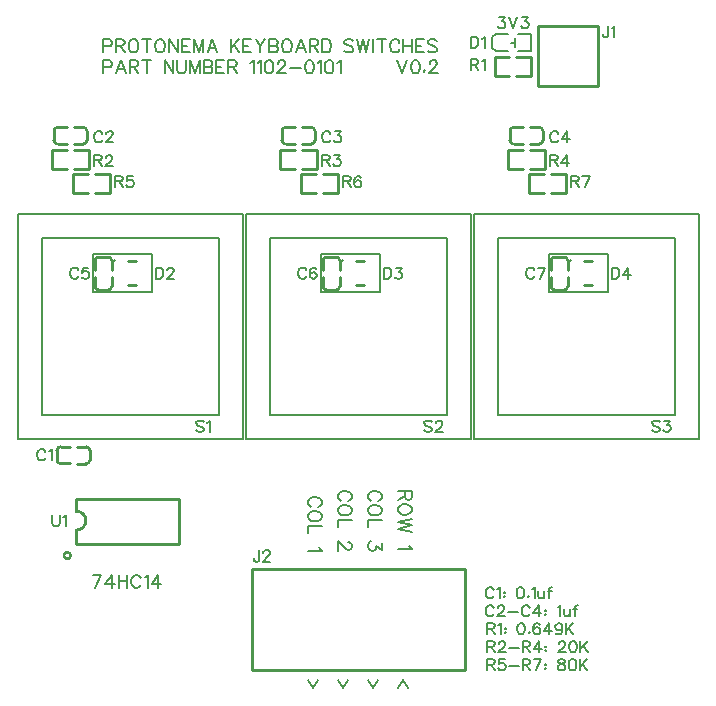
<source format=gto>
G04 Layer: TopSilkscreenLayer*
G04 Panelize: , Column: 2, Row: 2, Board Size: 58.42mm x 58.42mm, Panelized Board Size: 118.84mm x 118.84mm*
G04 EasyEDA v6.5.34, 2023-09-08 22:49:06*
G04 bc0c5e472efd4090a79f80cef72532b0,5a6b42c53f6a479593ecc07194224c93,10*
G04 Gerber Generator version 0.2*
G04 Scale: 100 percent, Rotated: No, Reflected: No *
G04 Dimensions in millimeters *
G04 leading zeros omitted , absolute positions ,4 integer and 5 decimal *
%FSLAX45Y45*%
%MOMM*%

%ADD10C,0.1524*%
%ADD11C,0.1520*%
%ADD12C,0.2540*%
%ADD13C,0.1270*%
%ADD14C,0.1500*%
%ADD15C,0.0136*%

%LPD*%
D10*
X762000Y5423915D02*
G01*
X762000Y5314950D01*
X762000Y5423915D02*
G01*
X808736Y5423915D01*
X824229Y5418836D01*
X829563Y5413502D01*
X834644Y5403087D01*
X834644Y5387594D01*
X829563Y5377179D01*
X824229Y5372100D01*
X808736Y5366765D01*
X762000Y5366765D01*
X910589Y5423915D02*
G01*
X868934Y5314950D01*
X910589Y5423915D02*
G01*
X952245Y5314950D01*
X884681Y5351271D02*
G01*
X936497Y5351271D01*
X986536Y5423915D02*
G01*
X986536Y5314950D01*
X986536Y5423915D02*
G01*
X1033271Y5423915D01*
X1048765Y5418836D01*
X1054100Y5413502D01*
X1059179Y5403087D01*
X1059179Y5392673D01*
X1054100Y5382260D01*
X1048765Y5377179D01*
X1033271Y5372100D01*
X986536Y5372100D01*
X1022857Y5372100D02*
G01*
X1059179Y5314950D01*
X1129792Y5423915D02*
G01*
X1129792Y5314950D01*
X1093470Y5423915D02*
G01*
X1166113Y5423915D01*
X1280413Y5423915D02*
G01*
X1280413Y5314950D01*
X1280413Y5423915D02*
G01*
X1353312Y5314950D01*
X1353312Y5423915D02*
G01*
X1353312Y5314950D01*
X1387602Y5423915D02*
G01*
X1387602Y5345937D01*
X1392681Y5330444D01*
X1403095Y5320029D01*
X1418589Y5314950D01*
X1429004Y5314950D01*
X1444752Y5320029D01*
X1455165Y5330444D01*
X1460245Y5345937D01*
X1460245Y5423915D01*
X1494536Y5423915D02*
G01*
X1494536Y5314950D01*
X1494536Y5423915D02*
G01*
X1536192Y5314950D01*
X1577594Y5423915D02*
G01*
X1536192Y5314950D01*
X1577594Y5423915D02*
G01*
X1577594Y5314950D01*
X1611884Y5423915D02*
G01*
X1611884Y5314950D01*
X1611884Y5423915D02*
G01*
X1658620Y5423915D01*
X1674368Y5418836D01*
X1679447Y5413502D01*
X1684781Y5403087D01*
X1684781Y5392673D01*
X1679447Y5382260D01*
X1674368Y5377179D01*
X1658620Y5372100D01*
X1611884Y5372100D02*
G01*
X1658620Y5372100D01*
X1674368Y5366765D01*
X1679447Y5361686D01*
X1684781Y5351271D01*
X1684781Y5335523D01*
X1679447Y5325110D01*
X1674368Y5320029D01*
X1658620Y5314950D01*
X1611884Y5314950D01*
X1719071Y5423915D02*
G01*
X1719071Y5314950D01*
X1719071Y5423915D02*
G01*
X1786636Y5423915D01*
X1719071Y5372100D02*
G01*
X1760473Y5372100D01*
X1719071Y5314950D02*
G01*
X1786636Y5314950D01*
X1820926Y5423915D02*
G01*
X1820926Y5314950D01*
X1820926Y5423915D02*
G01*
X1867662Y5423915D01*
X1883155Y5418836D01*
X1888489Y5413502D01*
X1893570Y5403087D01*
X1893570Y5392673D01*
X1888489Y5382260D01*
X1883155Y5377179D01*
X1867662Y5372100D01*
X1820926Y5372100D01*
X1857247Y5372100D02*
G01*
X1893570Y5314950D01*
X2007870Y5403087D02*
G01*
X2018284Y5408421D01*
X2033777Y5423915D01*
X2033777Y5314950D01*
X2068068Y5403087D02*
G01*
X2078481Y5408421D01*
X2094229Y5423915D01*
X2094229Y5314950D01*
X2159508Y5423915D02*
G01*
X2144013Y5418836D01*
X2133600Y5403087D01*
X2128520Y5377179D01*
X2128520Y5361686D01*
X2133600Y5335523D01*
X2144013Y5320029D01*
X2159508Y5314950D01*
X2169922Y5314950D01*
X2185670Y5320029D01*
X2195829Y5335523D01*
X2201163Y5361686D01*
X2201163Y5377179D01*
X2195829Y5403087D01*
X2185670Y5418836D01*
X2169922Y5423915D01*
X2159508Y5423915D01*
X2240534Y5398007D02*
G01*
X2240534Y5403087D01*
X2245868Y5413502D01*
X2250947Y5418836D01*
X2261361Y5423915D01*
X2282190Y5423915D01*
X2292604Y5418836D01*
X2297684Y5413502D01*
X2303018Y5403087D01*
X2303018Y5392673D01*
X2297684Y5382260D01*
X2287270Y5366765D01*
X2235454Y5314950D01*
X2308097Y5314950D01*
X2342388Y5361686D02*
G01*
X2435859Y5361686D01*
X2501391Y5423915D02*
G01*
X2485897Y5418836D01*
X2475484Y5403087D01*
X2470150Y5377179D01*
X2470150Y5361686D01*
X2475484Y5335523D01*
X2485897Y5320029D01*
X2501391Y5314950D01*
X2511806Y5314950D01*
X2527300Y5320029D01*
X2537713Y5335523D01*
X2543047Y5361686D01*
X2543047Y5377179D01*
X2537713Y5403087D01*
X2527300Y5418836D01*
X2511806Y5423915D01*
X2501391Y5423915D01*
X2577338Y5403087D02*
G01*
X2587752Y5408421D01*
X2603245Y5423915D01*
X2603245Y5314950D01*
X2668777Y5423915D02*
G01*
X2653029Y5418836D01*
X2642870Y5403087D01*
X2637536Y5377179D01*
X2637536Y5361686D01*
X2642870Y5335523D01*
X2653029Y5320029D01*
X2668777Y5314950D01*
X2679191Y5314950D01*
X2694686Y5320029D01*
X2705100Y5335523D01*
X2710179Y5361686D01*
X2710179Y5377179D01*
X2705100Y5403087D01*
X2694686Y5418836D01*
X2679191Y5423915D01*
X2668777Y5423915D01*
X2744470Y5403087D02*
G01*
X2754884Y5408421D01*
X2770631Y5423915D01*
X2770631Y5314950D01*
X762000Y5601715D02*
G01*
X762000Y5492750D01*
X762000Y5601715D02*
G01*
X808736Y5601715D01*
X824229Y5596636D01*
X829563Y5591302D01*
X834644Y5580887D01*
X834644Y5565394D01*
X829563Y5554979D01*
X824229Y5549900D01*
X808736Y5544565D01*
X762000Y5544565D01*
X868934Y5601715D02*
G01*
X868934Y5492750D01*
X868934Y5601715D02*
G01*
X915670Y5601715D01*
X931418Y5596636D01*
X936497Y5591302D01*
X941831Y5580887D01*
X941831Y5570473D01*
X936497Y5560060D01*
X931418Y5554979D01*
X915670Y5549900D01*
X868934Y5549900D01*
X905510Y5549900D02*
G01*
X941831Y5492750D01*
X1007110Y5601715D02*
G01*
X996950Y5596636D01*
X986536Y5586221D01*
X981202Y5575807D01*
X976121Y5560060D01*
X976121Y5534152D01*
X981202Y5518657D01*
X986536Y5508244D01*
X996950Y5497829D01*
X1007110Y5492750D01*
X1027937Y5492750D01*
X1038352Y5497829D01*
X1048765Y5508244D01*
X1054100Y5518657D01*
X1059179Y5534152D01*
X1059179Y5560060D01*
X1054100Y5575807D01*
X1048765Y5586221D01*
X1038352Y5596636D01*
X1027937Y5601715D01*
X1007110Y5601715D01*
X1129792Y5601715D02*
G01*
X1129792Y5492750D01*
X1093470Y5601715D02*
G01*
X1166113Y5601715D01*
X1231645Y5601715D02*
G01*
X1221231Y5596636D01*
X1210818Y5586221D01*
X1205737Y5575807D01*
X1200404Y5560060D01*
X1200404Y5534152D01*
X1205737Y5518657D01*
X1210818Y5508244D01*
X1221231Y5497829D01*
X1231645Y5492750D01*
X1252473Y5492750D01*
X1262887Y5497829D01*
X1273302Y5508244D01*
X1278381Y5518657D01*
X1283715Y5534152D01*
X1283715Y5560060D01*
X1278381Y5575807D01*
X1273302Y5586221D01*
X1262887Y5596636D01*
X1252473Y5601715D01*
X1231645Y5601715D01*
X1318005Y5601715D02*
G01*
X1318005Y5492750D01*
X1318005Y5601715D02*
G01*
X1390650Y5492750D01*
X1390650Y5601715D02*
G01*
X1390650Y5492750D01*
X1424939Y5601715D02*
G01*
X1424939Y5492750D01*
X1424939Y5601715D02*
G01*
X1492504Y5601715D01*
X1424939Y5549900D02*
G01*
X1466595Y5549900D01*
X1424939Y5492750D02*
G01*
X1492504Y5492750D01*
X1526794Y5601715D02*
G01*
X1526794Y5492750D01*
X1526794Y5601715D02*
G01*
X1568450Y5492750D01*
X1609852Y5601715D02*
G01*
X1568450Y5492750D01*
X1609852Y5601715D02*
G01*
X1609852Y5492750D01*
X1685797Y5601715D02*
G01*
X1644142Y5492750D01*
X1685797Y5601715D02*
G01*
X1727200Y5492750D01*
X1659889Y5529071D02*
G01*
X1711705Y5529071D01*
X1841500Y5601715D02*
G01*
X1841500Y5492750D01*
X1914397Y5601715D02*
G01*
X1841500Y5529071D01*
X1867662Y5554979D02*
G01*
X1914397Y5492750D01*
X1948688Y5601715D02*
G01*
X1948688Y5492750D01*
X1948688Y5601715D02*
G01*
X2016252Y5601715D01*
X1948688Y5549900D02*
G01*
X1990090Y5549900D01*
X1948688Y5492750D02*
G01*
X2016252Y5492750D01*
X2050541Y5601715D02*
G01*
X2091943Y5549900D01*
X2091943Y5492750D01*
X2133600Y5601715D02*
G01*
X2091943Y5549900D01*
X2167890Y5601715D02*
G01*
X2167890Y5492750D01*
X2167890Y5601715D02*
G01*
X2214625Y5601715D01*
X2230120Y5596636D01*
X2235454Y5591302D01*
X2240534Y5580887D01*
X2240534Y5570473D01*
X2235454Y5560060D01*
X2230120Y5554979D01*
X2214625Y5549900D01*
X2167890Y5549900D02*
G01*
X2214625Y5549900D01*
X2230120Y5544565D01*
X2235454Y5539486D01*
X2240534Y5529071D01*
X2240534Y5513323D01*
X2235454Y5502910D01*
X2230120Y5497829D01*
X2214625Y5492750D01*
X2167890Y5492750D01*
X2306065Y5601715D02*
G01*
X2295652Y5596636D01*
X2285238Y5586221D01*
X2280158Y5575807D01*
X2274824Y5560060D01*
X2274824Y5534152D01*
X2280158Y5518657D01*
X2285238Y5508244D01*
X2295652Y5497829D01*
X2306065Y5492750D01*
X2326893Y5492750D01*
X2337308Y5497829D01*
X2347722Y5508244D01*
X2352802Y5518657D01*
X2358136Y5534152D01*
X2358136Y5560060D01*
X2352802Y5575807D01*
X2347722Y5586221D01*
X2337308Y5596636D01*
X2326893Y5601715D01*
X2306065Y5601715D01*
X2433827Y5601715D02*
G01*
X2392425Y5492750D01*
X2433827Y5601715D02*
G01*
X2475484Y5492750D01*
X2407920Y5529071D02*
G01*
X2459990Y5529071D01*
X2509774Y5601715D02*
G01*
X2509774Y5492750D01*
X2509774Y5601715D02*
G01*
X2556509Y5601715D01*
X2572004Y5596636D01*
X2577338Y5591302D01*
X2582418Y5580887D01*
X2582418Y5570473D01*
X2577338Y5560060D01*
X2572004Y5554979D01*
X2556509Y5549900D01*
X2509774Y5549900D01*
X2546095Y5549900D02*
G01*
X2582418Y5492750D01*
X2616708Y5601715D02*
G01*
X2616708Y5492750D01*
X2616708Y5601715D02*
G01*
X2653029Y5601715D01*
X2668777Y5596636D01*
X2679191Y5586221D01*
X2684272Y5575807D01*
X2689606Y5560060D01*
X2689606Y5534152D01*
X2684272Y5518657D01*
X2679191Y5508244D01*
X2668777Y5497829D01*
X2653029Y5492750D01*
X2616708Y5492750D01*
X2876550Y5586221D02*
G01*
X2866136Y5596636D01*
X2850641Y5601715D01*
X2829813Y5601715D01*
X2814320Y5596636D01*
X2803906Y5586221D01*
X2803906Y5575807D01*
X2808986Y5565394D01*
X2814320Y5560060D01*
X2824479Y5554979D01*
X2855722Y5544565D01*
X2866136Y5539486D01*
X2871470Y5534152D01*
X2876550Y5523737D01*
X2876550Y5508244D01*
X2866136Y5497829D01*
X2850641Y5492750D01*
X2829813Y5492750D01*
X2814320Y5497829D01*
X2803906Y5508244D01*
X2910840Y5601715D02*
G01*
X2936747Y5492750D01*
X2962909Y5601715D02*
G01*
X2936747Y5492750D01*
X2962909Y5601715D02*
G01*
X2988818Y5492750D01*
X3014725Y5601715D02*
G01*
X2988818Y5492750D01*
X3049015Y5601715D02*
G01*
X3049015Y5492750D01*
X3119627Y5601715D02*
G01*
X3119627Y5492750D01*
X3083306Y5601715D02*
G01*
X3155950Y5601715D01*
X3268218Y5575807D02*
G01*
X3263138Y5586221D01*
X3252724Y5596636D01*
X3242309Y5601715D01*
X3221481Y5601715D01*
X3211068Y5596636D01*
X3200654Y5586221D01*
X3195574Y5575807D01*
X3190240Y5560060D01*
X3190240Y5534152D01*
X3195574Y5518657D01*
X3200654Y5508244D01*
X3211068Y5497829D01*
X3221481Y5492750D01*
X3242309Y5492750D01*
X3252724Y5497829D01*
X3263138Y5508244D01*
X3268218Y5518657D01*
X3302508Y5601715D02*
G01*
X3302508Y5492750D01*
X3375406Y5601715D02*
G01*
X3375406Y5492750D01*
X3302508Y5549900D02*
G01*
X3375406Y5549900D01*
X3409695Y5601715D02*
G01*
X3409695Y5492750D01*
X3409695Y5601715D02*
G01*
X3477259Y5601715D01*
X3409695Y5549900D02*
G01*
X3451097Y5549900D01*
X3409695Y5492750D02*
G01*
X3477259Y5492750D01*
X3584193Y5586221D02*
G01*
X3573779Y5596636D01*
X3558286Y5601715D01*
X3537458Y5601715D01*
X3521709Y5596636D01*
X3511550Y5586221D01*
X3511550Y5575807D01*
X3516629Y5565394D01*
X3521709Y5560060D01*
X3532124Y5554979D01*
X3563365Y5544565D01*
X3573779Y5539486D01*
X3578859Y5534152D01*
X3584193Y5523737D01*
X3584193Y5508244D01*
X3573779Y5497829D01*
X3558286Y5492750D01*
X3537458Y5492750D01*
X3521709Y5497829D01*
X3511550Y5508244D01*
X2082304Y1276474D02*
G01*
X2082304Y1203827D01*
X2077732Y1190111D01*
X2073160Y1185542D01*
X2064016Y1180967D01*
X2055126Y1180967D01*
X2045982Y1185542D01*
X2041410Y1190111D01*
X2036838Y1203827D01*
X2036838Y1212974D01*
X2116848Y1253865D02*
G01*
X2116848Y1258440D01*
X2121420Y1267327D01*
X2125992Y1271899D01*
X2135136Y1276474D01*
X2153170Y1276474D01*
X2162314Y1271899D01*
X2166886Y1267327D01*
X2171458Y1258440D01*
X2171458Y1249296D01*
X2166886Y1240149D01*
X2157742Y1226433D01*
X2112276Y1180967D01*
X2176030Y1180967D01*
X3372352Y1777989D02*
G01*
X3257798Y1777989D01*
X3372352Y1777989D02*
G01*
X3372352Y1728967D01*
X3366764Y1712457D01*
X3361430Y1707123D01*
X3350508Y1701535D01*
X3339586Y1701535D01*
X3328664Y1707123D01*
X3323076Y1712457D01*
X3317742Y1728967D01*
X3317742Y1777989D01*
X3317742Y1739889D02*
G01*
X3257798Y1701535D01*
X3372352Y1632955D02*
G01*
X3366764Y1643877D01*
X3355842Y1654799D01*
X3344920Y1660133D01*
X3328664Y1665721D01*
X3301486Y1665721D01*
X3284976Y1660133D01*
X3274054Y1654799D01*
X3263132Y1643877D01*
X3257798Y1632955D01*
X3257798Y1611111D01*
X3263132Y1600189D01*
X3274054Y1589267D01*
X3284976Y1583933D01*
X3301486Y1578345D01*
X3328664Y1578345D01*
X3344920Y1583933D01*
X3355842Y1589267D01*
X3366764Y1600189D01*
X3372352Y1611111D01*
X3372352Y1632955D01*
X3372352Y1542277D02*
G01*
X3257798Y1515099D01*
X3372352Y1487921D02*
G01*
X3257798Y1515099D01*
X3372352Y1487921D02*
G01*
X3257798Y1460489D01*
X3372352Y1433311D02*
G01*
X3257798Y1460489D01*
X3350508Y1313169D02*
G01*
X3355842Y1302247D01*
X3372352Y1285991D01*
X3257798Y1285991D01*
X2583124Y1645307D02*
G01*
X2594046Y1650895D01*
X2604714Y1661817D01*
X2610302Y1672739D01*
X2610302Y1694583D01*
X2604714Y1705505D01*
X2594046Y1716173D01*
X2583124Y1721761D01*
X2566614Y1727095D01*
X2539436Y1727095D01*
X2522926Y1721761D01*
X2512004Y1716173D01*
X2501082Y1705505D01*
X2495748Y1694583D01*
X2495748Y1672739D01*
X2501082Y1661817D01*
X2512004Y1650895D01*
X2522926Y1645307D01*
X2610302Y1576727D02*
G01*
X2604714Y1587649D01*
X2594046Y1598571D01*
X2583124Y1603905D01*
X2566614Y1609493D01*
X2539436Y1609493D01*
X2522926Y1603905D01*
X2512004Y1598571D01*
X2501082Y1587649D01*
X2495748Y1576727D01*
X2495748Y1554883D01*
X2501082Y1543961D01*
X2512004Y1533039D01*
X2522926Y1527451D01*
X2539436Y1522117D01*
X2566614Y1522117D01*
X2583124Y1527451D01*
X2594046Y1533039D01*
X2604714Y1543961D01*
X2610302Y1554883D01*
X2610302Y1576727D01*
X2610302Y1486049D02*
G01*
X2495748Y1486049D01*
X2495748Y1486049D02*
G01*
X2495748Y1420771D01*
X2588458Y1300629D02*
G01*
X2594046Y1289707D01*
X2610302Y1273451D01*
X2495748Y1273451D01*
X3091124Y1696107D02*
G01*
X3102046Y1701695D01*
X3112714Y1712617D01*
X3118302Y1723539D01*
X3118302Y1745383D01*
X3112714Y1756305D01*
X3102046Y1766973D01*
X3091124Y1772561D01*
X3074614Y1777895D01*
X3047436Y1777895D01*
X3030926Y1772561D01*
X3020004Y1766973D01*
X3009082Y1756305D01*
X3003748Y1745383D01*
X3003748Y1723539D01*
X3009082Y1712617D01*
X3020004Y1701695D01*
X3030926Y1696107D01*
X3118302Y1627527D02*
G01*
X3112714Y1638449D01*
X3102046Y1649371D01*
X3091124Y1654705D01*
X3074614Y1660293D01*
X3047436Y1660293D01*
X3030926Y1654705D01*
X3020004Y1649371D01*
X3009082Y1638449D01*
X3003748Y1627527D01*
X3003748Y1605683D01*
X3009082Y1594761D01*
X3020004Y1583839D01*
X3030926Y1578251D01*
X3047436Y1572917D01*
X3074614Y1572917D01*
X3091124Y1578251D01*
X3102046Y1583839D01*
X3112714Y1594761D01*
X3118302Y1605683D01*
X3118302Y1627527D01*
X3118302Y1536849D02*
G01*
X3003748Y1536849D01*
X3003748Y1536849D02*
G01*
X3003748Y1471571D01*
X3118302Y1340507D02*
G01*
X3118302Y1280563D01*
X3074614Y1313329D01*
X3074614Y1296819D01*
X3069280Y1285897D01*
X3063692Y1280563D01*
X3047436Y1274975D01*
X3036514Y1274975D01*
X3020004Y1280563D01*
X3009082Y1291485D01*
X3003748Y1307741D01*
X3003748Y1324251D01*
X3009082Y1340507D01*
X3014670Y1346095D01*
X3025592Y1351429D01*
X2837124Y1696107D02*
G01*
X2848046Y1701695D01*
X2858714Y1712617D01*
X2864302Y1723539D01*
X2864302Y1745383D01*
X2858714Y1756305D01*
X2848046Y1766973D01*
X2837124Y1772561D01*
X2820614Y1777895D01*
X2793436Y1777895D01*
X2776926Y1772561D01*
X2766004Y1766973D01*
X2755082Y1756305D01*
X2749748Y1745383D01*
X2749748Y1723539D01*
X2755082Y1712617D01*
X2766004Y1701695D01*
X2776926Y1696107D01*
X2864302Y1627527D02*
G01*
X2858714Y1638449D01*
X2848046Y1649371D01*
X2837124Y1654705D01*
X2820614Y1660293D01*
X2793436Y1660293D01*
X2776926Y1654705D01*
X2766004Y1649371D01*
X2755082Y1638449D01*
X2749748Y1627527D01*
X2749748Y1605683D01*
X2755082Y1594761D01*
X2766004Y1583839D01*
X2776926Y1578251D01*
X2793436Y1572917D01*
X2820614Y1572917D01*
X2837124Y1578251D01*
X2848046Y1583839D01*
X2858714Y1594761D01*
X2864302Y1605683D01*
X2864302Y1627527D01*
X2864302Y1536849D02*
G01*
X2749748Y1536849D01*
X2749748Y1536849D02*
G01*
X2749748Y1471571D01*
X2837124Y1346095D02*
G01*
X2842458Y1346095D01*
X2853380Y1340507D01*
X2858714Y1335173D01*
X2864302Y1324251D01*
X2864302Y1302407D01*
X2858714Y1291485D01*
X2853380Y1285897D01*
X2842458Y1280563D01*
X2831536Y1280563D01*
X2820614Y1285897D01*
X2804358Y1296819D01*
X2749748Y1351429D01*
X2749748Y1274975D01*
X2578963Y181305D02*
G01*
X2538069Y108661D01*
X2497175Y181305D01*
X3251192Y5423905D02*
G01*
X3292848Y5314939D01*
X3334250Y5423905D02*
G01*
X3292848Y5314939D01*
X3399782Y5423905D02*
G01*
X3384288Y5418825D01*
X3373874Y5403077D01*
X3368540Y5377169D01*
X3368540Y5361675D01*
X3373874Y5335513D01*
X3384288Y5320019D01*
X3399782Y5314939D01*
X3410196Y5314939D01*
X3425690Y5320019D01*
X3436104Y5335513D01*
X3441438Y5361675D01*
X3441438Y5377169D01*
X3436104Y5403077D01*
X3425690Y5418825D01*
X3410196Y5423905D01*
X3399782Y5423905D01*
X3480808Y5340847D02*
G01*
X3475728Y5335513D01*
X3480808Y5330433D01*
X3486142Y5335513D01*
X3480808Y5340847D01*
X3525512Y5397997D02*
G01*
X3525512Y5403077D01*
X3530592Y5413491D01*
X3535926Y5418825D01*
X3546340Y5423905D01*
X3567168Y5423905D01*
X3577582Y5418825D01*
X3582662Y5413491D01*
X3587742Y5403077D01*
X3587742Y5392663D01*
X3582662Y5382249D01*
X3572248Y5366755D01*
X3520432Y5314939D01*
X3593076Y5314939D01*
X5036565Y5714237D02*
G01*
X5036565Y5641594D01*
X5031993Y5627878D01*
X5027424Y5623305D01*
X5018277Y5618734D01*
X5009390Y5618734D01*
X5000243Y5623305D01*
X4995674Y5627878D01*
X4991105Y5641594D01*
X4991105Y5650737D01*
X5066540Y5696204D02*
G01*
X5075681Y5700776D01*
X5089397Y5714237D01*
X5089397Y5618734D01*
X4111243Y5790437D02*
G01*
X4161281Y5790437D01*
X4133850Y5754115D01*
X4147565Y5754115D01*
X4156709Y5749544D01*
X4161281Y5744971D01*
X4165854Y5731510D01*
X4165854Y5722365D01*
X4161281Y5708650D01*
X4152138Y5699505D01*
X4138422Y5694934D01*
X4124706Y5694934D01*
X4111243Y5699505D01*
X4106672Y5704078D01*
X4102100Y5713221D01*
X4195825Y5790437D02*
G01*
X4232147Y5694934D01*
X4268470Y5790437D02*
G01*
X4232147Y5694934D01*
X4307586Y5790437D02*
G01*
X4357624Y5790437D01*
X4330191Y5754115D01*
X4343908Y5754115D01*
X4353052Y5749544D01*
X4357624Y5744971D01*
X4362195Y5731510D01*
X4362195Y5722365D01*
X4357624Y5708650D01*
X4348479Y5699505D01*
X4334763Y5694934D01*
X4321302Y5694934D01*
X4307586Y5699505D01*
X4303013Y5704078D01*
X4298441Y5713221D01*
X2832963Y181305D02*
G01*
X2792069Y108661D01*
X2751175Y181305D01*
X3086963Y181305D02*
G01*
X3046069Y108661D01*
X3005175Y181305D01*
X3340963Y108661D02*
G01*
X3300069Y181305D01*
X3259175Y108661D01*
X4013197Y354840D02*
G01*
X4013197Y259336D01*
X4013197Y354840D02*
G01*
X4054091Y354840D01*
X4067807Y350268D01*
X4072125Y345696D01*
X4076697Y336806D01*
X4076697Y327662D01*
X4072125Y318518D01*
X4067807Y313946D01*
X4054091Y309374D01*
X4013197Y309374D01*
X4044947Y309374D02*
G01*
X4076697Y259336D01*
X4161279Y354840D02*
G01*
X4115813Y354840D01*
X4111241Y313946D01*
X4115813Y318518D01*
X4129529Y323090D01*
X4143245Y323090D01*
X4156707Y318518D01*
X4165851Y309374D01*
X4170423Y295912D01*
X4170423Y286768D01*
X4165851Y273052D01*
X4156707Y263908D01*
X4143245Y259336D01*
X4129529Y259336D01*
X4115813Y263908D01*
X4111241Y268480D01*
X4106669Y277624D01*
X4200395Y300484D02*
G01*
X4282183Y300484D01*
X4312155Y354840D02*
G01*
X4312155Y259336D01*
X4312155Y354840D02*
G01*
X4353049Y354840D01*
X4366765Y350268D01*
X4371337Y345696D01*
X4375909Y336806D01*
X4375909Y327662D01*
X4371337Y318518D01*
X4366765Y313946D01*
X4353049Y309374D01*
X4312155Y309374D01*
X4344159Y309374D02*
G01*
X4375909Y259336D01*
X4469635Y354840D02*
G01*
X4424169Y259336D01*
X4405881Y354840D02*
G01*
X4469635Y354840D01*
X4504179Y313946D02*
G01*
X4499607Y309374D01*
X4504179Y304802D01*
X4508497Y309374D01*
X4504179Y313946D01*
X4504179Y282196D02*
G01*
X4499607Y277624D01*
X4504179Y273052D01*
X4508497Y277624D01*
X4504179Y282196D01*
X4631433Y354840D02*
G01*
X4617717Y350268D01*
X4613145Y341378D01*
X4613145Y332234D01*
X4617717Y323090D01*
X4626861Y318518D01*
X4644895Y313946D01*
X4658611Y309374D01*
X4667755Y300484D01*
X4672327Y291340D01*
X4672327Y277624D01*
X4667755Y268480D01*
X4663183Y263908D01*
X4649467Y259336D01*
X4631433Y259336D01*
X4617717Y263908D01*
X4613145Y268480D01*
X4608573Y277624D01*
X4608573Y291340D01*
X4613145Y300484D01*
X4622289Y309374D01*
X4635751Y313946D01*
X4654039Y318518D01*
X4663183Y323090D01*
X4667755Y332234D01*
X4667755Y341378D01*
X4663183Y350268D01*
X4649467Y354840D01*
X4631433Y354840D01*
X4729477Y354840D02*
G01*
X4715761Y350268D01*
X4706871Y336806D01*
X4702299Y313946D01*
X4702299Y300484D01*
X4706871Y277624D01*
X4715761Y263908D01*
X4729477Y259336D01*
X4738621Y259336D01*
X4752337Y263908D01*
X4761227Y277624D01*
X4765799Y300484D01*
X4765799Y313946D01*
X4761227Y336806D01*
X4752337Y350268D01*
X4738621Y354840D01*
X4729477Y354840D01*
X4795771Y354840D02*
G01*
X4795771Y259336D01*
X4859525Y354840D02*
G01*
X4795771Y291340D01*
X4818631Y313946D02*
G01*
X4859525Y259336D01*
X4013197Y507240D02*
G01*
X4013197Y411736D01*
X4013197Y507240D02*
G01*
X4054091Y507240D01*
X4067807Y502668D01*
X4072125Y498096D01*
X4076697Y489206D01*
X4076697Y480062D01*
X4072125Y470918D01*
X4067807Y466346D01*
X4054091Y461774D01*
X4013197Y461774D01*
X4044947Y461774D02*
G01*
X4076697Y411736D01*
X4111241Y484634D02*
G01*
X4111241Y489206D01*
X4115813Y498096D01*
X4120385Y502668D01*
X4129529Y507240D01*
X4147817Y507240D01*
X4156707Y502668D01*
X4161279Y498096D01*
X4165851Y489206D01*
X4165851Y480062D01*
X4161279Y470918D01*
X4152135Y457202D01*
X4106669Y411736D01*
X4170423Y411736D01*
X4200395Y452884D02*
G01*
X4282183Y452884D01*
X4312155Y507240D02*
G01*
X4312155Y411736D01*
X4312155Y507240D02*
G01*
X4353049Y507240D01*
X4366765Y502668D01*
X4371337Y498096D01*
X4375909Y489206D01*
X4375909Y480062D01*
X4371337Y470918D01*
X4366765Y466346D01*
X4353049Y461774D01*
X4312155Y461774D01*
X4344159Y461774D02*
G01*
X4375909Y411736D01*
X4451347Y507240D02*
G01*
X4405881Y443740D01*
X4473953Y443740D01*
X4451347Y507240D02*
G01*
X4451347Y411736D01*
X4508497Y466346D02*
G01*
X4504179Y461774D01*
X4508497Y457202D01*
X4513069Y461774D01*
X4508497Y466346D01*
X4508497Y434596D02*
G01*
X4504179Y430024D01*
X4508497Y425452D01*
X4513069Y430024D01*
X4508497Y434596D01*
X4617717Y484634D02*
G01*
X4617717Y489206D01*
X4622289Y498096D01*
X4626861Y502668D01*
X4635751Y507240D01*
X4654039Y507240D01*
X4663183Y502668D01*
X4667755Y498096D01*
X4672327Y489206D01*
X4672327Y480062D01*
X4667755Y470918D01*
X4658611Y457202D01*
X4613145Y411736D01*
X4676899Y411736D01*
X4734049Y507240D02*
G01*
X4720333Y502668D01*
X4711443Y489206D01*
X4706871Y466346D01*
X4706871Y452884D01*
X4711443Y430024D01*
X4720333Y416308D01*
X4734049Y411736D01*
X4743193Y411736D01*
X4756655Y416308D01*
X4765799Y430024D01*
X4770371Y452884D01*
X4770371Y466346D01*
X4765799Y489206D01*
X4756655Y502668D01*
X4743193Y507240D01*
X4734049Y507240D01*
X4800343Y507240D02*
G01*
X4800343Y411736D01*
X4864097Y507240D02*
G01*
X4800343Y443740D01*
X4823203Y466346D02*
G01*
X4864097Y411736D01*
X4068569Y789434D02*
G01*
X4063997Y798578D01*
X4055107Y807468D01*
X4045963Y812040D01*
X4027675Y812040D01*
X4018531Y807468D01*
X4009641Y798578D01*
X4005069Y789434D01*
X4000497Y775718D01*
X4000497Y753112D01*
X4005069Y739396D01*
X4009641Y730252D01*
X4018531Y721108D01*
X4027675Y716536D01*
X4045963Y716536D01*
X4055107Y721108D01*
X4063997Y730252D01*
X4068569Y739396D01*
X4103113Y789434D02*
G01*
X4103113Y794006D01*
X4107685Y802896D01*
X4112257Y807468D01*
X4121401Y812040D01*
X4139435Y812040D01*
X4148579Y807468D01*
X4153151Y802896D01*
X4157723Y794006D01*
X4157723Y784862D01*
X4153151Y775718D01*
X4144007Y762002D01*
X4098541Y716536D01*
X4162295Y716536D01*
X4192267Y757684D02*
G01*
X4274055Y757684D01*
X4372353Y789434D02*
G01*
X4367781Y798578D01*
X4358637Y807468D01*
X4349493Y812040D01*
X4331459Y812040D01*
X4322315Y807468D01*
X4313171Y798578D01*
X4308599Y789434D01*
X4304027Y775718D01*
X4304027Y753112D01*
X4308599Y739396D01*
X4313171Y730252D01*
X4322315Y721108D01*
X4331459Y716536D01*
X4349493Y716536D01*
X4358637Y721108D01*
X4367781Y730252D01*
X4372353Y739396D01*
X4447791Y812040D02*
G01*
X4402325Y748540D01*
X4470397Y748540D01*
X4447791Y812040D02*
G01*
X4447791Y716536D01*
X4504941Y771146D02*
G01*
X4500369Y766574D01*
X4504941Y762002D01*
X4509513Y766574D01*
X4504941Y771146D01*
X4504941Y739396D02*
G01*
X4500369Y734824D01*
X4504941Y730252D01*
X4509513Y734824D01*
X4504941Y739396D01*
X4609589Y794006D02*
G01*
X4618733Y798578D01*
X4632195Y812040D01*
X4632195Y716536D01*
X4662167Y780290D02*
G01*
X4662167Y734824D01*
X4666739Y721108D01*
X4675883Y716536D01*
X4689599Y716536D01*
X4698743Y721108D01*
X4712205Y734824D01*
X4712205Y780290D02*
G01*
X4712205Y716536D01*
X4778753Y812040D02*
G01*
X4769609Y812040D01*
X4760465Y807468D01*
X4755893Y794006D01*
X4755893Y716536D01*
X4742177Y780290D02*
G01*
X4774181Y780290D01*
X4068612Y941831D02*
G01*
X4064040Y950976D01*
X4055153Y959865D01*
X4046006Y964437D01*
X4027721Y964437D01*
X4018574Y959865D01*
X4009687Y950976D01*
X4005112Y941831D01*
X4000540Y928115D01*
X4000540Y905510D01*
X4005112Y891794D01*
X4009687Y882650D01*
X4018574Y873505D01*
X4027721Y868934D01*
X4046006Y868934D01*
X4055153Y873505D01*
X4064040Y882650D01*
X4068612Y891794D01*
X4098587Y946404D02*
G01*
X4107728Y950976D01*
X4121444Y964437D01*
X4121444Y868934D01*
X4155988Y923544D02*
G01*
X4151419Y918971D01*
X4155988Y914400D01*
X4160560Y918971D01*
X4155988Y923544D01*
X4155988Y891794D02*
G01*
X4151419Y887221D01*
X4155988Y882650D01*
X4160560Y887221D01*
X4155988Y891794D01*
X4287819Y964437D02*
G01*
X4274103Y959865D01*
X4264954Y946404D01*
X4260385Y923544D01*
X4260385Y910081D01*
X4264954Y887221D01*
X4274103Y873505D01*
X4287819Y868934D01*
X4296958Y868934D01*
X4310420Y873505D01*
X4319569Y887221D01*
X4324136Y910081D01*
X4324136Y923544D01*
X4319569Y946404D01*
X4310420Y959865D01*
X4296958Y964437D01*
X4287819Y964437D01*
X4358680Y891794D02*
G01*
X4354108Y887221D01*
X4358680Y882650D01*
X4363252Y887221D01*
X4358680Y891794D01*
X4393224Y946404D02*
G01*
X4402371Y950976D01*
X4415830Y964437D01*
X4415830Y868934D01*
X4446056Y932687D02*
G01*
X4446056Y887221D01*
X4450374Y873505D01*
X4459521Y868934D01*
X4473237Y868934D01*
X4482378Y873505D01*
X4495840Y887221D01*
X4495840Y932687D02*
G01*
X4495840Y868934D01*
X4562388Y964437D02*
G01*
X4553244Y964437D01*
X4544103Y959865D01*
X4539528Y946404D01*
X4539528Y868934D01*
X4526069Y932687D02*
G01*
X4557819Y932687D01*
X4013197Y659640D02*
G01*
X4013197Y564136D01*
X4013197Y659640D02*
G01*
X4054091Y659640D01*
X4067807Y655068D01*
X4072379Y650496D01*
X4076951Y641606D01*
X4076951Y632462D01*
X4072379Y623318D01*
X4067807Y618746D01*
X4054091Y614174D01*
X4013197Y614174D01*
X4044947Y614174D02*
G01*
X4076951Y564136D01*
X4106923Y641606D02*
G01*
X4115813Y646178D01*
X4129529Y659640D01*
X4129529Y564136D01*
X4164073Y618746D02*
G01*
X4159501Y614174D01*
X4164073Y609602D01*
X4168645Y614174D01*
X4164073Y618746D01*
X4164073Y586996D02*
G01*
X4159501Y582424D01*
X4164073Y577852D01*
X4168645Y582424D01*
X4164073Y586996D01*
X4295899Y659640D02*
G01*
X4282183Y655068D01*
X4273293Y641606D01*
X4268721Y618746D01*
X4268721Y605284D01*
X4273293Y582424D01*
X4282183Y568708D01*
X4295899Y564136D01*
X4305043Y564136D01*
X4318759Y568708D01*
X4327649Y582424D01*
X4332221Y605284D01*
X4332221Y618746D01*
X4327649Y641606D01*
X4318759Y655068D01*
X4305043Y659640D01*
X4295899Y659640D01*
X4366765Y586996D02*
G01*
X4362193Y582424D01*
X4366765Y577852D01*
X4371337Y582424D01*
X4366765Y586996D01*
X4455919Y646178D02*
G01*
X4451347Y655068D01*
X4437631Y659640D01*
X4428741Y659640D01*
X4415025Y655068D01*
X4405881Y641606D01*
X4401309Y618746D01*
X4401309Y596140D01*
X4405881Y577852D01*
X4415025Y568708D01*
X4428741Y564136D01*
X4433313Y564136D01*
X4446775Y568708D01*
X4455919Y577852D01*
X4460491Y591568D01*
X4460491Y596140D01*
X4455919Y609602D01*
X4446775Y618746D01*
X4433313Y623318D01*
X4428741Y623318D01*
X4415025Y618746D01*
X4405881Y609602D01*
X4401309Y596140D01*
X4535929Y659640D02*
G01*
X4490463Y596140D01*
X4558535Y596140D01*
X4535929Y659640D02*
G01*
X4535929Y564136D01*
X4647689Y627890D02*
G01*
X4643117Y614174D01*
X4633973Y605284D01*
X4620511Y600712D01*
X4615939Y600712D01*
X4602223Y605284D01*
X4593079Y614174D01*
X4588761Y627890D01*
X4588761Y632462D01*
X4593079Y646178D01*
X4602223Y655068D01*
X4615939Y659640D01*
X4620511Y659640D01*
X4633973Y655068D01*
X4643117Y646178D01*
X4647689Y627890D01*
X4647689Y605284D01*
X4643117Y582424D01*
X4633973Y568708D01*
X4620511Y564136D01*
X4611367Y564136D01*
X4597651Y568708D01*
X4593079Y577852D01*
X4677661Y659640D02*
G01*
X4677661Y564136D01*
X4741415Y659640D02*
G01*
X4677661Y596140D01*
X4700521Y618746D02*
G01*
X4741415Y564136D01*
D11*
X745741Y1067813D02*
G01*
X693925Y958847D01*
X673097Y1067813D02*
G01*
X745741Y1067813D01*
X832101Y1067813D02*
G01*
X780031Y995169D01*
X858009Y995169D01*
X832101Y1067813D02*
G01*
X832101Y958847D01*
X892299Y1067813D02*
G01*
X892299Y958847D01*
X965197Y1067813D02*
G01*
X965197Y958847D01*
X892299Y1015997D02*
G01*
X965197Y1015997D01*
X1077211Y1041905D02*
G01*
X1072131Y1052319D01*
X1061717Y1062733D01*
X1051303Y1067813D01*
X1030475Y1067813D01*
X1020061Y1062733D01*
X1009647Y1052319D01*
X1004567Y1041905D01*
X999487Y1026157D01*
X999487Y1000249D01*
X1004567Y984755D01*
X1009647Y974341D01*
X1020061Y963927D01*
X1030475Y958847D01*
X1051303Y958847D01*
X1061717Y963927D01*
X1072131Y974341D01*
X1077211Y984755D01*
X1111501Y1046985D02*
G01*
X1121915Y1052319D01*
X1137663Y1067813D01*
X1137663Y958847D01*
X1223769Y1067813D02*
G01*
X1171953Y995169D01*
X1249677Y995169D01*
X1223769Y1067813D02*
G01*
X1223769Y958847D01*
D10*
X1206500Y3669537D02*
G01*
X1206500Y3574034D01*
X1206500Y3669537D02*
G01*
X1238250Y3669537D01*
X1251965Y3664965D01*
X1261110Y3656076D01*
X1265681Y3646931D01*
X1270254Y3633215D01*
X1270254Y3610610D01*
X1265681Y3596894D01*
X1261110Y3587750D01*
X1251965Y3578605D01*
X1238250Y3574034D01*
X1206500Y3574034D01*
X1304797Y3646931D02*
G01*
X1304797Y3651504D01*
X1309115Y3660394D01*
X1313687Y3664965D01*
X1322831Y3669537D01*
X1341120Y3669537D01*
X1350010Y3664965D01*
X1354581Y3660394D01*
X1359154Y3651504D01*
X1359154Y3642360D01*
X1354581Y3633215D01*
X1345692Y3619500D01*
X1300226Y3574034D01*
X1363726Y3574034D01*
X3136897Y3669537D02*
G01*
X3136897Y3574034D01*
X3136897Y3669537D02*
G01*
X3168647Y3669537D01*
X3182363Y3664965D01*
X3191507Y3656076D01*
X3196079Y3646931D01*
X3200651Y3633215D01*
X3200651Y3610610D01*
X3196079Y3596894D01*
X3191507Y3587750D01*
X3182363Y3578605D01*
X3168647Y3574034D01*
X3136897Y3574034D01*
X3239513Y3669537D02*
G01*
X3289551Y3669537D01*
X3262373Y3633215D01*
X3276089Y3633215D01*
X3284979Y3628644D01*
X3289551Y3624071D01*
X3294123Y3610610D01*
X3294123Y3601465D01*
X3289551Y3587750D01*
X3280407Y3578605D01*
X3266945Y3574034D01*
X3253229Y3574034D01*
X3239513Y3578605D01*
X3235195Y3583178D01*
X3230623Y3592321D01*
X5067300Y3669537D02*
G01*
X5067300Y3574034D01*
X5067300Y3669537D02*
G01*
X5099050Y3669537D01*
X5112765Y3664965D01*
X5121909Y3656076D01*
X5126481Y3646931D01*
X5130800Y3633215D01*
X5130800Y3610610D01*
X5126481Y3596894D01*
X5121909Y3587750D01*
X5112765Y3578605D01*
X5099050Y3574034D01*
X5067300Y3574034D01*
X5206491Y3669537D02*
G01*
X5161025Y3606037D01*
X5229097Y3606037D01*
X5206491Y3669537D02*
G01*
X5206491Y3574034D01*
X550671Y3646931D02*
G01*
X546354Y3656076D01*
X537210Y3664965D01*
X528065Y3669537D01*
X509778Y3669537D01*
X500887Y3664965D01*
X491744Y3656076D01*
X487171Y3646931D01*
X482600Y3633215D01*
X482600Y3610610D01*
X487171Y3596894D01*
X491744Y3587750D01*
X500887Y3578605D01*
X509778Y3574034D01*
X528065Y3574034D01*
X537210Y3578605D01*
X546354Y3587750D01*
X550671Y3596894D01*
X635254Y3669537D02*
G01*
X589787Y3669537D01*
X585215Y3628644D01*
X589787Y3633215D01*
X603504Y3637787D01*
X617220Y3637787D01*
X630681Y3633215D01*
X639826Y3624071D01*
X644397Y3610610D01*
X644397Y3601465D01*
X639826Y3587750D01*
X630681Y3578605D01*
X617220Y3574034D01*
X603504Y3574034D01*
X589787Y3578605D01*
X585215Y3583178D01*
X580897Y3592321D01*
X2481072Y3646931D02*
G01*
X2476754Y3656076D01*
X2467609Y3664965D01*
X2458465Y3669537D01*
X2440177Y3669537D01*
X2431288Y3664965D01*
X2422143Y3656076D01*
X2417572Y3646931D01*
X2413000Y3633215D01*
X2413000Y3610610D01*
X2417572Y3596894D01*
X2422143Y3587750D01*
X2431288Y3578605D01*
X2440177Y3574034D01*
X2458465Y3574034D01*
X2467609Y3578605D01*
X2476754Y3587750D01*
X2481072Y3596894D01*
X2565654Y3656076D02*
G01*
X2561081Y3664965D01*
X2547620Y3669537D01*
X2538475Y3669537D01*
X2524759Y3664965D01*
X2515615Y3651504D01*
X2511297Y3628644D01*
X2511297Y3606037D01*
X2515615Y3587750D01*
X2524759Y3578605D01*
X2538475Y3574034D01*
X2543047Y3574034D01*
X2556509Y3578605D01*
X2565654Y3587750D01*
X2570225Y3601465D01*
X2570225Y3606037D01*
X2565654Y3619500D01*
X2556509Y3628644D01*
X2543047Y3633215D01*
X2538475Y3633215D01*
X2524759Y3628644D01*
X2515615Y3619500D01*
X2511297Y3606037D01*
X4411659Y3646954D02*
G01*
X4407087Y3655844D01*
X4397943Y3664988D01*
X4388799Y3669560D01*
X4370765Y3669560D01*
X4361621Y3664988D01*
X4352477Y3655844D01*
X4347905Y3646954D01*
X4343333Y3633238D01*
X4343333Y3610632D01*
X4347905Y3596916D01*
X4352477Y3587772D01*
X4361621Y3578628D01*
X4370765Y3574056D01*
X4388799Y3574056D01*
X4397943Y3578628D01*
X4407087Y3587772D01*
X4411659Y3596916D01*
X4505131Y3669560D02*
G01*
X4459665Y3574056D01*
X4441631Y3669560D02*
G01*
X4505131Y3669560D01*
X5473700Y2360676D02*
G01*
X5464809Y2369565D01*
X5451093Y2374137D01*
X5432806Y2374137D01*
X5419343Y2369565D01*
X5410200Y2360676D01*
X5410200Y2351531D01*
X5414772Y2342387D01*
X5419343Y2337815D01*
X5428488Y2333244D01*
X5455665Y2324100D01*
X5464809Y2319781D01*
X5469381Y2315210D01*
X5473700Y2306065D01*
X5473700Y2292350D01*
X5464809Y2283205D01*
X5451093Y2278634D01*
X5432806Y2278634D01*
X5419343Y2283205D01*
X5410200Y2292350D01*
X5512815Y2374137D02*
G01*
X5562854Y2374137D01*
X5535675Y2337815D01*
X5549391Y2337815D01*
X5558281Y2333244D01*
X5562854Y2328671D01*
X5567425Y2315210D01*
X5567425Y2306065D01*
X5562854Y2292350D01*
X5553709Y2283205D01*
X5540247Y2278634D01*
X5526531Y2278634D01*
X5512815Y2283205D01*
X5508497Y2287778D01*
X5503925Y2296921D01*
X3543300Y2360676D02*
G01*
X3534409Y2369565D01*
X3520693Y2374137D01*
X3502406Y2374137D01*
X3488943Y2369565D01*
X3479800Y2360676D01*
X3479800Y2351531D01*
X3484372Y2342387D01*
X3488943Y2337815D01*
X3498088Y2333244D01*
X3525265Y2324100D01*
X3534409Y2319781D01*
X3538981Y2315210D01*
X3543300Y2306065D01*
X3543300Y2292350D01*
X3534409Y2283205D01*
X3520693Y2278634D01*
X3502406Y2278634D01*
X3488943Y2283205D01*
X3479800Y2292350D01*
X3578097Y2351531D02*
G01*
X3578097Y2356104D01*
X3582415Y2364994D01*
X3586988Y2369565D01*
X3596131Y2374137D01*
X3614420Y2374137D01*
X3623309Y2369565D01*
X3627881Y2364994D01*
X3632454Y2356104D01*
X3632454Y2346960D01*
X3627881Y2337815D01*
X3618991Y2324100D01*
X3573525Y2278634D01*
X3637025Y2278634D01*
X1612900Y2360676D02*
G01*
X1604010Y2369565D01*
X1590294Y2374137D01*
X1572005Y2374137D01*
X1558544Y2369565D01*
X1549400Y2360676D01*
X1549400Y2351531D01*
X1553971Y2342387D01*
X1558544Y2337815D01*
X1567687Y2333244D01*
X1594865Y2324100D01*
X1604010Y2319781D01*
X1608581Y2315210D01*
X1612900Y2306065D01*
X1612900Y2292350D01*
X1604010Y2283205D01*
X1590294Y2278634D01*
X1572005Y2278634D01*
X1558544Y2283205D01*
X1549400Y2292350D01*
X1643126Y2356104D02*
G01*
X1652015Y2360676D01*
X1665731Y2374137D01*
X1665731Y2278634D01*
X2616200Y4622545D02*
G01*
X2616200Y4527295D01*
X2616200Y4622545D02*
G01*
X2657093Y4622545D01*
X2670809Y4618228D01*
X2675381Y4613655D01*
X2679700Y4604512D01*
X2679700Y4595368D01*
X2675381Y4586223D01*
X2670809Y4581652D01*
X2657093Y4577334D01*
X2616200Y4577334D01*
X2647950Y4577334D02*
G01*
X2679700Y4527295D01*
X2718815Y4622545D02*
G01*
X2768854Y4622545D01*
X2741675Y4586223D01*
X2755391Y4586223D01*
X2764281Y4581652D01*
X2768854Y4577334D01*
X2773425Y4563618D01*
X2773425Y4554473D01*
X2768854Y4540757D01*
X2759709Y4531868D01*
X2746247Y4527295D01*
X2732531Y4527295D01*
X2718815Y4531868D01*
X2714243Y4536186D01*
X2709925Y4545329D01*
X2794000Y4445000D02*
G01*
X2794000Y4349495D01*
X2794000Y4445000D02*
G01*
X2834893Y4445000D01*
X2848609Y4440428D01*
X2853181Y4435855D01*
X2857500Y4426712D01*
X2857500Y4417568D01*
X2853181Y4408423D01*
X2848609Y4403852D01*
X2834893Y4399534D01*
X2794000Y4399534D01*
X2825750Y4399534D02*
G01*
X2857500Y4349495D01*
X2942081Y4431284D02*
G01*
X2937509Y4440428D01*
X2924047Y4445000D01*
X2914904Y4445000D01*
X2901188Y4440428D01*
X2892043Y4426712D01*
X2887725Y4403852D01*
X2887725Y4381245D01*
X2892043Y4362957D01*
X2901188Y4354068D01*
X2914904Y4349495D01*
X2919475Y4349495D01*
X2933191Y4354068D01*
X2942081Y4362957D01*
X2946654Y4376673D01*
X2946654Y4381245D01*
X2942081Y4394962D01*
X2933191Y4403852D01*
X2919475Y4408423D01*
X2914904Y4408423D01*
X2901188Y4403852D01*
X2892043Y4394962D01*
X2887725Y4381245D01*
X2684272Y4803139D02*
G01*
X2679700Y4812284D01*
X2670809Y4821428D01*
X2661665Y4825745D01*
X2643377Y4825745D01*
X2634488Y4821428D01*
X2625343Y4812284D01*
X2620772Y4803139D01*
X2616200Y4789423D01*
X2616200Y4766818D01*
X2620772Y4753102D01*
X2625343Y4743957D01*
X2634488Y4735068D01*
X2643377Y4730495D01*
X2661665Y4730495D01*
X2670809Y4735068D01*
X2679700Y4743957D01*
X2684272Y4753102D01*
X2723388Y4825745D02*
G01*
X2773425Y4825745D01*
X2746247Y4789423D01*
X2759709Y4789423D01*
X2768854Y4784852D01*
X2773425Y4780534D01*
X2777997Y4766818D01*
X2777997Y4757673D01*
X2773425Y4743957D01*
X2764281Y4735068D01*
X2750820Y4730495D01*
X2737104Y4730495D01*
X2723388Y4735068D01*
X2718815Y4739386D01*
X2714243Y4748529D01*
X4546600Y4622545D02*
G01*
X4546600Y4527295D01*
X4546600Y4622545D02*
G01*
X4587493Y4622545D01*
X4601209Y4618228D01*
X4605781Y4613655D01*
X4610100Y4604512D01*
X4610100Y4595368D01*
X4605781Y4586223D01*
X4601209Y4581652D01*
X4587493Y4577334D01*
X4546600Y4577334D01*
X4578350Y4577334D02*
G01*
X4610100Y4527295D01*
X4685791Y4622545D02*
G01*
X4640325Y4559045D01*
X4708397Y4559045D01*
X4685791Y4622545D02*
G01*
X4685791Y4527295D01*
X4724400Y4445000D02*
G01*
X4724400Y4349495D01*
X4724400Y4445000D02*
G01*
X4765293Y4445000D01*
X4779009Y4440428D01*
X4783581Y4435855D01*
X4787900Y4426712D01*
X4787900Y4417568D01*
X4783581Y4408423D01*
X4779009Y4403852D01*
X4765293Y4399534D01*
X4724400Y4399534D01*
X4756150Y4399534D02*
G01*
X4787900Y4349495D01*
X4881625Y4445000D02*
G01*
X4836159Y4349495D01*
X4818125Y4445000D02*
G01*
X4881625Y4445000D01*
X4614672Y4803139D02*
G01*
X4610100Y4812284D01*
X4601209Y4821428D01*
X4592065Y4825745D01*
X4573777Y4825745D01*
X4564888Y4821428D01*
X4555743Y4812284D01*
X4551172Y4803139D01*
X4546600Y4789423D01*
X4546600Y4766818D01*
X4551172Y4753102D01*
X4555743Y4743957D01*
X4564888Y4735068D01*
X4573777Y4730495D01*
X4592065Y4730495D01*
X4601209Y4735068D01*
X4610100Y4743957D01*
X4614672Y4753102D01*
X4690109Y4825745D02*
G01*
X4644643Y4762245D01*
X4712970Y4762245D01*
X4690109Y4825745D02*
G01*
X4690109Y4730495D01*
X330200Y1574109D02*
G01*
X330200Y1505927D01*
X334746Y1492290D01*
X343837Y1483199D01*
X357471Y1478653D01*
X366562Y1478653D01*
X380199Y1483199D01*
X389290Y1492290D01*
X393837Y1505927D01*
X393837Y1574109D01*
X423837Y1555927D02*
G01*
X432927Y1560471D01*
X446562Y1574109D01*
X446562Y1478653D01*
X271271Y2110231D02*
G01*
X266954Y2119376D01*
X257810Y2128265D01*
X248665Y2132837D01*
X230378Y2132837D01*
X221487Y2128265D01*
X212344Y2119376D01*
X207771Y2110231D01*
X203200Y2096515D01*
X203200Y2073910D01*
X207771Y2060194D01*
X212344Y2051050D01*
X221487Y2041905D01*
X230378Y2037334D01*
X248665Y2037334D01*
X257810Y2041905D01*
X266954Y2051050D01*
X271271Y2060194D01*
X301497Y2114804D02*
G01*
X310387Y2119376D01*
X324104Y2132837D01*
X324104Y2037334D01*
X3873500Y5625337D02*
G01*
X3873500Y5529834D01*
X3873500Y5625337D02*
G01*
X3905250Y5625337D01*
X3918965Y5620765D01*
X3928109Y5611876D01*
X3932681Y5602731D01*
X3937254Y5589015D01*
X3937254Y5566410D01*
X3932681Y5552694D01*
X3928109Y5543550D01*
X3918965Y5534405D01*
X3905250Y5529834D01*
X3873500Y5529834D01*
X3967225Y5607304D02*
G01*
X3976115Y5611876D01*
X3989831Y5625337D01*
X3989831Y5529834D01*
X3873500Y5434837D02*
G01*
X3873500Y5339334D01*
X3873500Y5434837D02*
G01*
X3914393Y5434837D01*
X3928109Y5430265D01*
X3932681Y5425694D01*
X3937254Y5416804D01*
X3937254Y5407660D01*
X3932681Y5398515D01*
X3928109Y5393944D01*
X3914393Y5389371D01*
X3873500Y5389371D01*
X3905250Y5389371D02*
G01*
X3937254Y5339334D01*
X3967225Y5416804D02*
G01*
X3976115Y5421376D01*
X3989831Y5434837D01*
X3989831Y5339334D01*
X753866Y4803218D02*
G01*
X749548Y4812362D01*
X740404Y4821252D01*
X731260Y4825824D01*
X712972Y4825824D01*
X704082Y4821252D01*
X694938Y4812362D01*
X690366Y4803218D01*
X685794Y4789502D01*
X685794Y4766896D01*
X690366Y4753180D01*
X694938Y4744036D01*
X704082Y4734892D01*
X712972Y4730320D01*
X731260Y4730320D01*
X740404Y4734892D01*
X749548Y4744036D01*
X753866Y4753180D01*
X788410Y4803218D02*
G01*
X788410Y4807790D01*
X792982Y4816680D01*
X797554Y4821252D01*
X806698Y4825824D01*
X824986Y4825824D01*
X833876Y4821252D01*
X838448Y4816680D01*
X843020Y4807790D01*
X843020Y4798646D01*
X838448Y4789502D01*
X829304Y4775786D01*
X784092Y4730320D01*
X847592Y4730320D01*
X863600Y4445000D02*
G01*
X863600Y4349495D01*
X863600Y4445000D02*
G01*
X904494Y4445000D01*
X918210Y4440428D01*
X922781Y4435855D01*
X927354Y4426712D01*
X927354Y4417568D01*
X922781Y4408423D01*
X918210Y4403852D01*
X904494Y4399534D01*
X863600Y4399534D01*
X895350Y4399534D02*
G01*
X927354Y4349495D01*
X1011681Y4445000D02*
G01*
X966215Y4445000D01*
X961897Y4403852D01*
X966215Y4408423D01*
X979931Y4412995D01*
X993647Y4412995D01*
X1007110Y4408423D01*
X1016254Y4399534D01*
X1020826Y4385818D01*
X1020826Y4376673D01*
X1016254Y4362957D01*
X1007110Y4354068D01*
X993647Y4349495D01*
X979931Y4349495D01*
X966215Y4354068D01*
X961897Y4358639D01*
X957326Y4367529D01*
X685800Y4622591D02*
G01*
X685800Y4527341D01*
X685800Y4622591D02*
G01*
X726694Y4622591D01*
X740410Y4618019D01*
X744981Y4613701D01*
X749554Y4604557D01*
X749554Y4595413D01*
X744981Y4586269D01*
X740410Y4581697D01*
X726694Y4577125D01*
X685800Y4577125D01*
X717550Y4577125D02*
G01*
X749554Y4527341D01*
X784097Y4599985D02*
G01*
X784097Y4604557D01*
X788415Y4613701D01*
X792987Y4618019D01*
X802131Y4622591D01*
X820420Y4622591D01*
X829310Y4618019D01*
X833881Y4613701D01*
X838454Y4604557D01*
X838454Y4595413D01*
X833881Y4586269D01*
X824992Y4572807D01*
X779526Y4527341D01*
X843026Y4527341D01*
D12*
X850894Y3738006D02*
G01*
X850894Y3736825D01*
X966754Y3522106D02*
G01*
X1039848Y3522106D01*
X966754Y3725306D02*
G01*
X1039840Y3725306D01*
X2781292Y3738006D02*
G01*
X2781292Y3736825D01*
X2897151Y3522106D02*
G01*
X2970245Y3522106D01*
X2897151Y3725306D02*
G01*
X2970237Y3725306D01*
X4711687Y3738006D02*
G01*
X4711687Y3736825D01*
X4827546Y3522106D02*
G01*
X4900640Y3522106D01*
X4827546Y3725306D02*
G01*
X4900632Y3725306D01*
X801974Y3480490D02*
G01*
X721972Y3480490D01*
X832959Y3591466D02*
G01*
X832959Y3511468D01*
X690994Y3591466D02*
G01*
X690994Y3511468D01*
X833541Y3649055D02*
G01*
X833541Y3729055D01*
X802558Y3760038D02*
G01*
X722561Y3760038D01*
X691581Y3649055D02*
G01*
X691581Y3729055D01*
X2732371Y3480490D02*
G01*
X2652369Y3480490D01*
X2763357Y3591466D02*
G01*
X2763357Y3511468D01*
X2621391Y3591466D02*
G01*
X2621391Y3511468D01*
X2763939Y3649055D02*
G01*
X2763939Y3729055D01*
X2732956Y3760038D02*
G01*
X2652958Y3760038D01*
X2621978Y3649055D02*
G01*
X2621978Y3729055D01*
X4662766Y3480490D02*
G01*
X4582764Y3480490D01*
X4693752Y3591466D02*
G01*
X4693752Y3511468D01*
X4551786Y3591466D02*
G01*
X4551786Y3511468D01*
X4694334Y3649055D02*
G01*
X4694334Y3729055D01*
X4663351Y3760038D02*
G01*
X4583353Y3760038D01*
X4552373Y3649055D02*
G01*
X4552373Y3729055D01*
D13*
X5601385Y2425014D02*
G01*
X5601385Y3924985D01*
X4101414Y3924985D01*
X4101414Y2425014D01*
X5601385Y2425014D01*
X5031409Y3464991D02*
G01*
X4531410Y3464991D01*
X4531410Y3785006D01*
X5031409Y3785006D01*
X5031409Y3464991D01*
X3670985Y2425014D02*
G01*
X3670985Y3924985D01*
X2171014Y3924985D01*
X2171014Y2425014D01*
X3670985Y2425014D01*
X3101009Y3464991D02*
G01*
X2601010Y3464991D01*
X2601010Y3785006D01*
X3101009Y3785006D01*
X3101009Y3464991D01*
X1740585Y2425014D02*
G01*
X1740585Y3924985D01*
X240614Y3924985D01*
X240614Y2425014D01*
X1740585Y2425014D01*
X1170609Y3464991D02*
G01*
X670610Y3464991D01*
X670610Y3785006D01*
X1170609Y3785006D01*
X1170609Y3464991D01*
D12*
X2442982Y4504974D02*
G01*
X2567985Y4504974D01*
X2257927Y4504463D02*
G01*
X2257927Y4664468D01*
X2567985Y4504974D02*
G01*
X2567985Y4664979D01*
X2382923Y4664468D02*
G01*
X2257927Y4664468D01*
X2382923Y4504463D02*
G01*
X2257927Y4504463D01*
X2442982Y4664979D02*
G01*
X2567985Y4664979D01*
X2560794Y4461781D02*
G01*
X2435791Y4461781D01*
X2745849Y4462292D02*
G01*
X2745849Y4302287D01*
X2435791Y4461781D02*
G01*
X2435791Y4301777D01*
X2620853Y4302287D02*
G01*
X2745849Y4302287D01*
X2620853Y4462292D02*
G01*
X2745849Y4462292D01*
X2560794Y4301777D02*
G01*
X2435791Y4301777D01*
X2273988Y4748199D02*
G01*
X2273988Y4828202D01*
X2384963Y4717214D02*
G01*
X2304961Y4717214D01*
X2384963Y4859180D02*
G01*
X2304961Y4859180D01*
X2442547Y4716632D02*
G01*
X2522550Y4716632D01*
X2553535Y4747615D02*
G01*
X2553535Y4827612D01*
X2442547Y4858593D02*
G01*
X2522550Y4858593D01*
X4373379Y4504974D02*
G01*
X4498383Y4504974D01*
X4188325Y4504463D02*
G01*
X4188325Y4664468D01*
X4498383Y4504974D02*
G01*
X4498383Y4664979D01*
X4313321Y4664468D02*
G01*
X4188325Y4664468D01*
X4313321Y4504463D02*
G01*
X4188325Y4504463D01*
X4373379Y4664979D02*
G01*
X4498383Y4664979D01*
X4491192Y4461781D02*
G01*
X4366188Y4461781D01*
X4676246Y4462292D02*
G01*
X4676246Y4302287D01*
X4366188Y4461781D02*
G01*
X4366188Y4301777D01*
X4551250Y4302287D02*
G01*
X4676246Y4302287D01*
X4551250Y4462292D02*
G01*
X4676246Y4462292D01*
X4491192Y4301777D02*
G01*
X4366188Y4301777D01*
X4204385Y4748199D02*
G01*
X4204385Y4828202D01*
X4315360Y4717214D02*
G01*
X4235358Y4717214D01*
X4315360Y4859180D02*
G01*
X4235358Y4859180D01*
X4372945Y4716632D02*
G01*
X4452947Y4716632D01*
X4483933Y4747615D02*
G01*
X4483933Y4827612D01*
X4372945Y4858593D02*
G01*
X4452947Y4858593D01*
X530857Y1607820D02*
G01*
X530857Y1714497D01*
X1405196Y1714497D01*
X1405196Y1714497D02*
G01*
X1405196Y1334345D01*
X1405196Y1334345D02*
G01*
X533397Y1334345D01*
X533397Y1442720D01*
X368998Y2042817D02*
G01*
X368998Y2122820D01*
X479973Y2011832D02*
G01*
X399971Y2011832D01*
X479973Y2153798D02*
G01*
X399971Y2153798D01*
X537557Y2011250D02*
G01*
X617560Y2011250D01*
X648545Y2042233D02*
G01*
X648545Y2122230D01*
X537557Y2153211D02*
G01*
X617560Y2153211D01*
D14*
X4246100Y5575523D02*
G01*
X4212099Y5575523D01*
X4054093Y5540296D02*
G01*
X4054093Y5530293D01*
X4084088Y5500291D01*
X4269094Y5650298D02*
G01*
X4384095Y5650298D01*
X4269094Y5500291D02*
G01*
X4384095Y5500291D01*
X4189095Y5650298D02*
G01*
X4084088Y5650298D01*
X4189095Y5500291D02*
G01*
X4084088Y5500291D01*
X4384095Y5650285D02*
G01*
X4384095Y5502295D01*
X4054093Y5610288D02*
G01*
X4054093Y5540296D01*
X4054093Y5610288D02*
G01*
X4054093Y5620303D01*
X4084088Y5650298D01*
X4246100Y5610296D02*
G01*
X4246100Y5542297D01*
D12*
X4074038Y5291587D02*
G01*
X4074038Y5451591D01*
X4384095Y5292097D02*
G01*
X4384095Y5452102D01*
X4199034Y5451591D02*
G01*
X4074038Y5451591D01*
X4199034Y5291587D02*
G01*
X4074038Y5291587D01*
X4259092Y5452102D02*
G01*
X4384095Y5452102D01*
X4259092Y5292097D02*
G01*
X4384095Y5292097D01*
X343598Y4748212D02*
G01*
X343598Y4828214D01*
X454573Y4717227D02*
G01*
X374571Y4717227D01*
X454573Y4859192D02*
G01*
X374571Y4859192D01*
X512157Y4716645D02*
G01*
X592160Y4716645D01*
X623145Y4747628D02*
G01*
X623145Y4827625D01*
X512157Y4858605D02*
G01*
X592160Y4858605D01*
X630405Y4461794D02*
G01*
X505401Y4461794D01*
X815459Y4462305D02*
G01*
X815459Y4302300D01*
X505401Y4461794D02*
G01*
X505401Y4301789D01*
X690463Y4302300D02*
G01*
X815459Y4302300D01*
X690463Y4462305D02*
G01*
X815459Y4462305D01*
X630405Y4301789D02*
G01*
X505401Y4301789D01*
X512592Y4504987D02*
G01*
X637595Y4504987D01*
X327538Y4504476D02*
G01*
X327538Y4664481D01*
X637595Y4504987D02*
G01*
X637595Y4664991D01*
X452534Y4664481D02*
G01*
X327538Y4664481D01*
X452534Y4504476D02*
G01*
X327538Y4504476D01*
X512592Y4664991D02*
G01*
X637595Y4664991D01*
G75*
G01*
X802559Y3760043D02*
G02*
X833542Y3729060I0J-30983D01*
G75*
G01*
X691576Y3729060D02*
G02*
X722561Y3760043I30983J0D01*
G75*
G01*
X832960Y3511474D02*
G02*
X801975Y3480491I-30983J0D01*
G75*
G01*
X721977Y3480491D02*
G02*
X690994Y3511474I0J30983D01*
G75*
G01*
X2732956Y3760043D02*
G02*
X2763939Y3729060I0J-30983D01*
G75*
G01*
X2621973Y3729060D02*
G02*
X2652959Y3760043I30983J0D01*
G75*
G01*
X2763357Y3511474D02*
G02*
X2732372Y3480491I-30982J0D01*
G75*
G01*
X2652375Y3480491D02*
G02*
X2621392Y3511474I0J30983D01*
G75*
G01*
X4663351Y3760043D02*
G02*
X4694334Y3729060I0J-30983D01*
G75*
G01*
X4552368Y3729060D02*
G02*
X4583354Y3760043I30983J0D01*
G75*
G01*
X4693752Y3511474D02*
G02*
X4662767Y3480491I-30983J0D01*
G75*
G01*
X4582770Y3480491D02*
G02*
X4551787Y3511474I0J30983D01*
G75*
G01*
X2553536Y4747616D02*
G02*
X2522553Y4716633I-30983J0D01*
G75*
G01*
X2522553Y4858598D02*
G02*
X2553536Y4827613I0J-30983D01*
G75*
G01*
X2304971Y4717214D02*
G02*
X2273988Y4748200I0J30983D01*
G75*
G01*
X2273988Y4828197D02*
G02*
X2304971Y4859180I30983J0D01*
G75*
G01*
X4483933Y4747616D02*
G02*
X4452950Y4716633I-30983J0D01*
G75*
G01*
X4452950Y4858598D02*
G02*
X4483933Y4827613I0J-30983D01*
G75*
G01*
X4235369Y4717214D02*
G02*
X4204386Y4748200I0J30983D01*
G75*
G01*
X4204386Y4828197D02*
G02*
X4235369Y4859180I30983J0D01*
G75*
G01*
X530857Y1607820D02*
G02*
X533397Y1447797I3701J-79973D01*
G75*
G01*
X648546Y2042234D02*
G02*
X617563Y2011251I-30983J0D01*
G75*
G01*
X617563Y2153216D02*
G02*
X648546Y2122231I0J-30982D01*
G75*
G01*
X399981Y2011832D02*
G02*
X368999Y2042818I0J30983D01*
G75*
G01*
X368999Y2122815D02*
G02*
X399981Y2153798I30982J0D01*
G75*
G01*
X623146Y4747628D02*
G02*
X592163Y4716645I-30983J0D01*
G75*
G01*
X592163Y4858611D02*
G02*
X623146Y4827626I0J-30983D01*
G75*
G01*
X374581Y4717227D02*
G02*
X343599Y4748213I0J30983D01*
G75*
G01*
X343599Y4828210D02*
G02*
X374581Y4859193I30982J0D01*
G75*
G01
X485597Y1231925D02*
G03X485597Y1231925I-28397J0D01*
X2022729Y1114399D02*
G01*
X3822725Y1114399D01*
X3822725Y264388D01*
X2022729Y264388D01*
X2022729Y1114399D01*
X4445000Y5715000D02*
G01*
X4953000Y5715000D01*
X4953000Y5207000D01*
X4445000Y5207000D01*
X4445000Y5715000D01*
D13*
X3898900Y4127500D02*
G01*
X5803900Y4127500D01*
X5803900Y2222500D01*
X3898900Y2222500D01*
X3898900Y4127500D01*
X1968500Y4127500D02*
G01*
X3873500Y4127500D01*
X3873500Y2222500D01*
X1968500Y2222500D01*
X1968500Y4127500D01*
X38100Y4127500D02*
G01*
X1943100Y4127500D01*
X1943100Y2222500D01*
X38100Y2222500D01*
X38100Y4127500D01*
M02*

</source>
